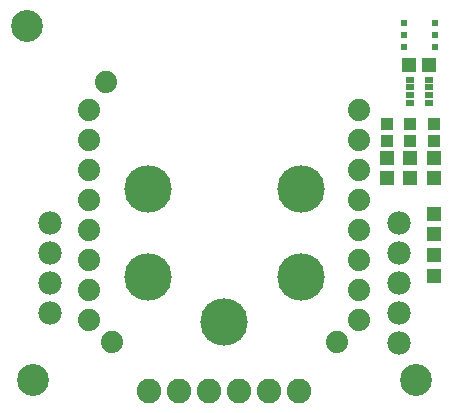
<source format=gts>
G75*
%MOIN*%
%OFA0B0*%
%FSLAX25Y25*%
%IPPOS*%
%LPD*%
%AMOC8*
5,1,8,0,0,1.08239X$1,22.5*
%
%ADD10C,0.10643*%
%ADD11C,0.07400*%
%ADD12R,0.05131X0.04737*%
%ADD13C,0.07800*%
%ADD14C,0.15824*%
%ADD15C,0.08200*%
%ADD16R,0.02375X0.02375*%
%ADD17R,0.02769X0.02178*%
%ADD18R,0.03950X0.03950*%
D10*
X0012458Y0012589D03*
X0010507Y0130686D03*
X0140410Y0012589D03*
D11*
X0121246Y0032771D03*
X0113805Y0025222D03*
X0121246Y0042771D03*
X0121246Y0052771D03*
X0121246Y0062771D03*
X0121246Y0072771D03*
X0121246Y0082771D03*
X0121246Y0092771D03*
X0121246Y0102771D03*
X0039002Y0025222D03*
X0031246Y0032771D03*
X0031246Y0042771D03*
X0031246Y0052771D03*
X0031246Y0062771D03*
X0031246Y0072771D03*
X0031246Y0082771D03*
X0031246Y0092771D03*
X0031246Y0102771D03*
X0037033Y0111836D03*
D12*
X0130537Y0086639D03*
X0130537Y0079946D03*
X0138411Y0079946D03*
X0138411Y0086639D03*
X0146285Y0086639D03*
X0146285Y0079946D03*
X0146285Y0067939D03*
X0146285Y0061246D03*
X0146285Y0054159D03*
X0146285Y0047466D03*
X0144710Y0117742D03*
X0138017Y0117742D03*
D13*
X0134474Y0064868D03*
X0134474Y0054907D03*
X0134474Y0044907D03*
X0134474Y0034868D03*
X0134435Y0024868D03*
X0018175Y0034868D03*
X0018175Y0044907D03*
X0018175Y0054868D03*
X0018135Y0064907D03*
D14*
X0050813Y0076403D03*
X0050813Y0046876D03*
X0076403Y0032112D03*
X0101994Y0046876D03*
X0101994Y0076403D03*
D15*
X0101403Y0009021D03*
X0091403Y0009021D03*
X0081403Y0009021D03*
X0071403Y0009021D03*
X0061403Y0009021D03*
X0051403Y0009021D03*
D16*
X0136246Y0123647D03*
X0136246Y0127584D03*
X0136246Y0131521D03*
X0146482Y0131521D03*
X0146482Y0127584D03*
X0146482Y0123647D03*
D17*
X0144513Y0112722D03*
X0144513Y0110163D03*
X0144513Y0107604D03*
X0144513Y0105045D03*
X0138214Y0105045D03*
X0138214Y0107604D03*
X0138214Y0110163D03*
X0138214Y0112722D03*
D18*
X0138411Y0098057D03*
X0138411Y0092151D03*
X0130537Y0092151D03*
X0130537Y0098057D03*
X0146285Y0098057D03*
X0146285Y0092151D03*
M02*

</source>
